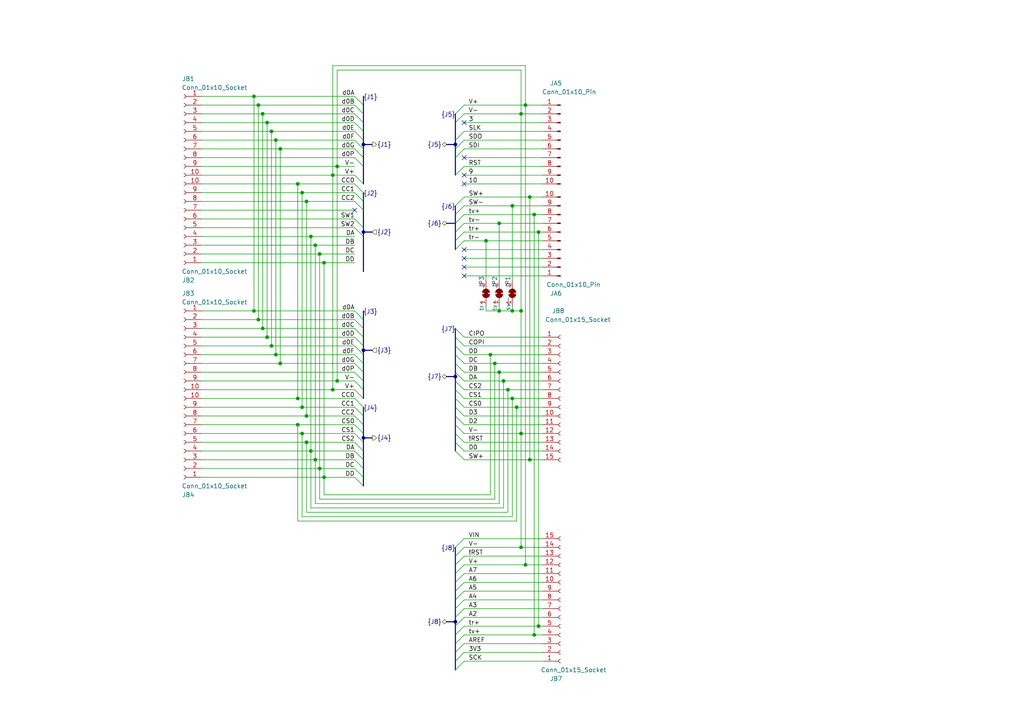
<source format=kicad_sch>
(kicad_sch (version 20230121) (generator eeschema)
  (paper "A4")
  (lib_symbols
    (symbol "Connector:Conn_01x10_Pin" (pin_names (offset 1.016) hide)
      (property "Reference" "J" (at 0 12.7 0))
      (property "Value" "Conn_01x10_Pin" (at 0 -15.24 0))
      (symbol "Conn_01x10_Pin_1_1"
        (polyline (pts (xy 1.27 -12.7) (xy 0.8636 -12.7)) (stroke (width 0.1524)))
        (polyline (pts (xy 1.27 -10.16) (xy 0.8636 -10.16)) (stroke (width 0.1524)))
        (polyline (pts (xy 1.27 -7.62) (xy 0.8636 -7.62)) (stroke (width 0.1524)))
        (polyline (pts (xy 1.27 -5.08) (xy 0.8636 -5.08)) (stroke (width 0.1524)))
        (polyline (pts (xy 1.27 -2.54) (xy 0.8636 -2.54)) (stroke (width 0.1524)))
        (polyline (pts (xy 1.27 0) (xy 0.8636 0)) (stroke (width 0.1524)))
        (polyline (pts (xy 1.27 2.54) (xy 0.8636 2.54)) (stroke (width 0.1524)))
        (polyline (pts (xy 1.27 5.08) (xy 0.8636 5.08)) (stroke (width 0.1524)))
        (polyline (pts (xy 1.27 7.62) (xy 0.8636 7.62)) (stroke (width 0.1524)))
        (polyline (pts (xy 1.27 10.16) (xy 0.8636 10.16)) (stroke (width 0.1524)))
        (rectangle (start 0.8636 -12.573) (end 0 -12.827) (stroke (width 0.1524)) (fill (type outline)))
        (rectangle (start 0.8636 -10.033) (end 0 -10.287) (stroke (width 0.1524)) (fill (type outline)))
        (rectangle (start 0.8636 -7.493) (end 0 -7.747) (stroke (width 0.1524)) (fill (type outline)))
        (rectangle (start 0.8636 -4.953) (end 0 -5.207) (stroke (width 0.1524)) (fill (type outline)))
        (rectangle (start 0.8636 -2.413) (end 0 -2.667) (stroke (width 0.1524)) (fill (type outline)))
        (rectangle (start 0.8636 0.127) (end 0 -0.127) (stroke (width 0.1524)) (fill (type outline)))
        (rectangle (start 0.8636 2.667) (end 0 2.413) (stroke (width 0.1524)) (fill (type outline)))
        (rectangle (start 0.8636 5.207) (end 0 4.953) (stroke (width 0.1524)) (fill (type outline)))
        (rectangle (start 0.8636 7.747) (end 0 7.493) (stroke (width 0.1524)) (fill (type outline)))
        (rectangle (start 0.8636 10.287) (end 0 10.033) (stroke (width 0.1524)) (fill (type outline)))
        (pin passive line (at 5.08 10.16 180) (length 3.81) (name "Pin_1") (number "1"))
        (pin passive line (at 5.08 -12.7 180) (length 3.81) (name "Pin_10") (number "10"))
        (pin passive line (at 5.08 7.62 180) (length 3.81) (name "Pin_2") (number "2"))
        (pin passive line (at 5.08 5.08 180) (length 3.81) (name "Pin_3") (number "3"))
        (pin passive line (at 5.08 2.54 180) (length 3.81) (name "Pin_4") (number "4"))
        (pin passive line (at 5.08 0 180) (length 3.81) (name "Pin_5") (number "5"))
        (pin passive line (at 5.08 -2.54 180) (length 3.81) (name "Pin_6") (number "6"))
        (pin passive line (at 5.08 -5.08 180) (length 3.81) (name "Pin_7") (number "7"))
        (pin passive line (at 5.08 -7.62 180) (length 3.81) (name "Pin_8") (number "8"))
        (pin passive line (at 5.08 -10.16 180) (length 3.81) (name "Pin_9") (number "9"))
      )
    )
    (symbol "Connector:Conn_01x10_Socket" (pin_names (offset 1.016) hide)
      (property "Reference" "J" (at 0 12.7 0))
      (property "Value" "Conn_01x10_Socket" (at 0 -15.24 0))
      (symbol "Conn_01x10_Socket_1_1"
        (arc (start 0 -12.192) (mid -0.5058 -12.7) (end 0 -13.208) (stroke (width 0.1524)))
        (arc (start 0 -9.652) (mid -0.5058 -10.16) (end 0 -10.668) (stroke (width 0.1524)))
        (arc (start 0 -7.112) (mid -0.5058 -7.62) (end 0 -8.128) (stroke (width 0.1524)))
        (arc (start 0 -4.572) (mid -0.5058 -5.08) (end 0 -5.588) (stroke (width 0.1524)))
        (arc (start 0 -2.032) (mid -0.5058 -2.54) (end 0 -3.048) (stroke (width 0.1524)))
        (polyline (pts (xy -1.27 -12.7) (xy -0.508 -12.7)) (stroke (width 0.1524)))
        (polyline (pts (xy -1.27 -10.16) (xy -0.508 -10.16)) (stroke (width 0.1524)))
        (polyline (pts (xy -1.27 -7.62) (xy -0.508 -7.62)) (stroke (width 0.1524)))
        (polyline (pts (xy -1.27 -5.08) (xy -0.508 -5.08)) (stroke (width 0.1524)))
        (polyline (pts (xy -1.27 -2.54) (xy -0.508 -2.54)) (stroke (width 0.1524)))
        (polyline (pts (xy -1.27 0) (xy -0.508 0)) (stroke (width 0.1524)))
        (polyline (pts (xy -1.27 2.54) (xy -0.508 2.54)) (stroke (width 0.1524)))
        (polyline (pts (xy -1.27 5.08) (xy -0.508 5.08)) (stroke (width 0.1524)))
        (polyline (pts (xy -1.27 7.62) (xy -0.508 7.62)) (stroke (width 0.1524)))
        (polyline (pts (xy -1.27 10.16) (xy -0.508 10.16)) (stroke (width 0.1524)))
        (arc (start 0 0.508) (mid -0.5058 0) (end 0 -0.508) (stroke (width 0.1524)))
        (arc (start 0 3.048) (mid -0.5058 2.54) (end 0 2.032) (stroke (width 0.1524)))
        (arc (start 0 5.588) (mid -0.5058 5.08) (end 0 4.572) (stroke (width 0.1524)))
        (arc (start 0 8.128) (mid -0.5058 7.62) (end 0 7.112) (stroke (width 0.1524)))
        (arc (start 0 10.668) (mid -0.5058 10.16) (end 0 9.652) (stroke (width 0.1524)))
        (pin passive line (at -5.08 10.16 0) (length 3.81) (name "Pin_1") (number "1"))
        (pin passive line (at -5.08 -12.7 0) (length 3.81) (name "Pin_10") (number "10"))
        (pin passive line (at -5.08 7.62 0) (length 3.81) (name "Pin_2") (number "2"))
        (pin passive line (at -5.08 5.08 0) (length 3.81) (name "Pin_3") (number "3"))
        (pin passive line (at -5.08 2.54 0) (length 3.81) (name "Pin_4") (number "4"))
        (pin passive line (at -5.08 0 0) (length 3.81) (name "Pin_5") (number "5"))
        (pin passive line (at -5.08 -2.54 0) (length 3.81) (name "Pin_6") (number "6"))
        (pin passive line (at -5.08 -5.08 0) (length 3.81) (name "Pin_7") (number "7"))
        (pin passive line (at -5.08 -7.62 0) (length 3.81) (name "Pin_8") (number "8"))
        (pin passive line (at -5.08 -10.16 0) (length 3.81) (name "Pin_9") (number "9"))
      )
    )
    (symbol "Connector:Conn_01x15_Socket" (pin_names (offset 1.016) hide)
      (property "Reference" "J" (at 0 20.32 0))
      (property "Value" "Conn_01x15_Socket" (at 0 -20.32 0))
      (symbol "Conn_01x15_Socket_1_1"
        (arc (start 0 -17.272) (mid -0.5058 -17.78) (end 0 -18.288) (stroke (width 0.1524)))
        (arc (start 0 -14.732) (mid -0.5058 -15.24) (end 0 -15.748) (stroke (width 0.1524)))
        (arc (start 0 -12.192) (mid -0.5058 -12.7) (end 0 -13.208) (stroke (width 0.1524)))
        (arc (start 0 -9.652) (mid -0.5058 -10.16) (end 0 -10.668) (stroke (width 0.1524)))
        (arc (start 0 -7.112) (mid -0.5058 -7.62) (end 0 -8.128) (stroke (width 0.1524)))
        (arc (start 0 -4.572) (mid -0.5058 -5.08) (end 0 -5.588) (stroke (width 0.1524)))
        (arc (start 0 -2.032) (mid -0.5058 -2.54) (end 0 -3.048) (stroke (width 0.1524)))
        (polyline (pts (xy -1.27 -17.78) (xy -0.508 -17.78)) (stroke (width 0.1524)))
        (polyline (pts (xy -1.27 -15.24) (xy -0.508 -15.24)) (stroke (width 0.1524)))
        (polyline (pts (xy -1.27 -12.7) (xy -0.508 -12.7)) (stroke (width 0.1524)))
        (polyline (pts (xy -1.27 -10.16) (xy -0.508 -10.16)) (stroke (width 0.1524)))
        (polyline (pts (xy -1.27 -7.62) (xy -0.508 -7.62)) (stroke (width 0.1524)))
        (polyline (pts (xy -1.27 -5.08) (xy -0.508 -5.08)) (stroke (width 0.1524)))
        (polyline (pts (xy -1.27 -2.54) (xy -0.508 -2.54)) (stroke (width 0.1524)))
        (polyline (pts (xy -1.27 0) (xy -0.508 0)) (stroke (width 0.1524)))
        (polyline (pts (xy -1.27 2.54) (xy -0.508 2.54)) (stroke (width 0.1524)))
        (polyline (pts (xy -1.27 5.08) (xy -0.508 5.08)) (stroke (width 0.1524)))
        (polyline (pts (xy -1.27 7.62) (xy -0.508 7.62)) (stroke (width 0.1524)))
        (polyline (pts (xy -1.27 10.16) (xy -0.508 10.16)) (stroke (width 0.1524)))
        (polyline (pts (xy -1.27 12.7) (xy -0.508 12.7)) (stroke (width 0.1524)))
        (polyline (pts (xy -1.27 15.24) (xy -0.508 15.24)) (stroke (width 0.1524)))
        (polyline (pts (xy -1.27 17.78) (xy -0.508 17.78)) (stroke (width 0.1524)))
        (arc (start 0 0.508) (mid -0.5058 0) (end 0 -0.508) (stroke (width 0.1524)))
        (arc (start 0 3.048) (mid -0.5058 2.54) (end 0 2.032) (stroke (width 0.1524)))
        (arc (start 0 5.588) (mid -0.5058 5.08) (end 0 4.572) (stroke (width 0.1524)))
        (arc (start 0 8.128) (mid -0.5058 7.62) (end 0 7.112) (stroke (width 0.1524)))
        (arc (start 0 10.668) (mid -0.5058 10.16) (end 0 9.652) (stroke (width 0.1524)))
        (arc (start 0 13.208) (mid -0.5058 12.7) (end 0 12.192) (stroke (width 0.1524)))
        (arc (start 0 15.748) (mid -0.5058 15.24) (end 0 14.732) (stroke (width 0.1524)))
        (arc (start 0 18.288) (mid -0.5058 17.78) (end 0 17.272) (stroke (width 0.1524)))
        (pin passive line (at -5.08 17.78 0) (length 3.81) (name "Pin_1") (number "1"))
        (pin passive line (at -5.08 -5.08 0) (length 3.81) (name "Pin_10") (number "10"))
        (pin passive line (at -5.08 -7.62 0) (length 3.81) (name "Pin_11") (number "11"))
        (pin passive line (at -5.08 -10.16 0) (length 3.81) (name "Pin_12") (number "12"))
        (pin passive line (at -5.08 -12.7 0) (length 3.81) (name "Pin_13") (number "13"))
        (pin passive line (at -5.08 -15.24 0) (length 3.81) (name "Pin_14") (number "14"))
        (pin passive line (at -5.08 -17.78 0) (length 3.81) (name "Pin_15") (number "15"))
        (pin passive line (at -5.08 15.24 0) (length 3.81) (name "Pin_2") (number "2"))
        (pin passive line (at -5.08 12.7 0) (length 3.81) (name "Pin_3") (number "3"))
        (pin passive line (at -5.08 10.16 0) (length 3.81) (name "Pin_4") (number "4"))
        (pin passive line (at -5.08 7.62 0) (length 3.81) (name "Pin_5") (number "5"))
        (pin passive line (at -5.08 5.08 0) (length 3.81) (name "Pin_6") (number "6"))
        (pin passive line (at -5.08 2.54 0) (length 3.81) (name "Pin_7") (number "7"))
        (pin passive line (at -5.08 0 0) (length 3.81) (name "Pin_8") (number "8"))
        (pin passive line (at -5.08 -2.54 0) (length 3.81) (name "Pin_9") (number "9"))
      )
    )
    (symbol "Jumper:SolderJumper_2_Bridged" (pin_names (offset 0) hide)
      (property "Reference" "JP" (at 0 2.032 0))
      (property "Value" "SolderJumper_2_Bridged" (at 0 -2.54 0))
      (symbol "SolderJumper_2_Bridged_0_1"
        (rectangle (start -0.508 0.508) (end 0.508 -0.508) (fill (type outline)))
        (arc (start -0.254 1.016) (mid -1.2656 0) (end -0.254 -1.016))
        (arc (start -0.254 1.016) (mid -1.2656 0) (end -0.254 -1.016) (fill (type outline)))
        (polyline (pts (xy -0.254 1.016) (xy -0.254 -1.016)))
        (polyline (pts (xy 0.254 1.016) (xy 0.254 -1.016)))
        (arc (start 0.254 -1.016) (mid 1.2656 0) (end 0.254 1.016))
        (arc (start 0.254 -1.016) (mid 1.2656 0) (end 0.254 1.016) (fill (type outline)))
      )
      (symbol "SolderJumper_2_Bridged_1_1"
        (pin passive line (at -3.81 0 0) (length 2.54) (name "A") (number "1"))
        (pin passive line (at 3.81 0 180) (length 2.54) (name "B") (number "2"))
      )
    )
  )
  (junction (at 76.2 95.25))
  (junction (at 78.74 100.33))
  (junction (at 152.4 30.48))
  (junction (at 140.97 69.85))
  (junction (at 76.2 33.02))
  (junction (at 80.01 40.64))
  (junction (at 91.44 71.12))
  (junction (at 105.41 101.6))
  (junction (at 88.9 128.27))
  (junction (at 88.9 120.65))
  (junction (at 154.94 184.15))
  (junction (at 87.63 125.73))
  (junction (at 144.78 64.77))
  (junction (at 86.36 123.19))
  (junction (at 97.79 110.49))
  (junction (at 132.08 180.34))
  (junction (at 132.08 41.91))
  (junction (at 81.28 43.18))
  (junction (at 92.71 73.66))
  (junction (at 91.44 133.35))
  (junction (at 151.13 90.17))
  (junction (at 142.24 102.87))
  (junction (at 148.59 115.57))
  (junction (at 152.4 163.83))
  (junction (at 77.47 97.79))
  (junction (at 93.98 76.2))
  (junction (at 74.93 92.71))
  (junction (at 132.08 109.22))
  (junction (at 146.05 110.49))
  (junction (at 105.41 41.91))
  (junction (at 87.63 55.88))
  (junction (at 86.36 53.34))
  (junction (at 149.86 118.11))
  (junction (at 87.63 118.11))
  (junction (at 151.13 158.75))
  (junction (at 97.79 48.26))
  (junction (at 92.71 135.89))
  (junction (at 86.36 115.57))
  (junction (at 88.9 58.42))
  (junction (at 105.41 67.31))
  (junction (at 153.67 133.35))
  (junction (at 105.41 127))
  (junction (at 148.59 59.69))
  (junction (at 148.59 90.17))
  (junction (at 90.17 130.81))
  (junction (at 80.01 102.87))
  (junction (at 73.66 90.17))
  (junction (at 144.78 107.95))
  (junction (at 156.21 181.61))
  (junction (at 93.98 138.43))
  (junction (at 77.47 35.56))
  (junction (at 96.52 113.03))
  (junction (at 96.52 50.8))
  (junction (at 156.21 67.31))
  (junction (at 74.93 30.48))
  (junction (at 90.17 68.58))
  (junction (at 143.51 105.41))
  (junction (at 151.13 125.73))
  (junction (at 153.67 57.15))
  (junction (at 144.78 90.17))
  (junction (at 78.74 38.1))
  (junction (at 154.94 62.23))
  (junction (at 73.66 27.94))
  (junction (at 147.32 113.03))
  (junction (at 151.13 33.02))
  (junction (at 81.28 105.41))
  (no_connect (at 134.62 50.8))
  (no_connect (at 134.62 77.47))
  (no_connect (at 134.62 35.56))
  (no_connect (at 134.62 45.72))
  (no_connect (at 134.62 80.01))
  (no_connect (at 134.62 72.39))
  (no_connect (at 134.62 74.93))
  (no_connect (at 102.87 60.96))
  (no_connect (at 134.62 53.34))
  (bus_entry (at 132.08 69.85) (size 2.54 -2.54))
  (bus_entry (at 132.08 59.69) (size 2.54 -2.54))
  (bus_entry (at 134.62 179.07) (size -2.54 2.54))
  (bus_entry (at 134.62 110.49) (size -2.54 -2.54))
  (bus_entry (at 102.87 118.11) (size 2.54 2.54))
  (bus_entry (at 134.62 43.18) (size -2.54 2.54))
  (bus_entry (at 134.62 181.61) (size -2.54 2.54))
  (bus_entry (at 102.87 33.02) (size 2.54 2.54))
  (bus_entry (at 134.62 184.15) (size -2.54 2.54))
  (bus_entry (at 102.87 110.49) (size 2.54 2.54))
  (bus_entry (at 134.62 107.95) (size -2.54 -2.54))
  (bus_entry (at 134.62 171.45) (size -2.54 2.54))
  (bus_entry (at 102.87 90.17) (size 2.54 2.54))
  (bus_entry (at 134.62 189.23) (size -2.54 2.54))
  (bus_entry (at 102.87 128.27) (size 2.54 2.54))
  (bus_entry (at 134.62 100.33) (size -2.54 -2.54))
  (bus_entry (at 102.87 138.43) (size 2.54 2.54))
  (bus_entry (at 102.87 97.79) (size 2.54 2.54))
  (bus_entry (at 134.62 163.83) (size -2.54 2.54))
  (bus_entry (at 134.62 191.77) (size -2.54 2.54))
  (bus_entry (at 102.87 66.04) (size 2.54 2.54))
  (bus_entry (at 134.62 176.53) (size -2.54 2.54))
  (bus_entry (at 134.62 30.48) (size -2.54 2.54))
  (bus_entry (at 134.62 186.69) (size -2.54 2.54))
  (bus_entry (at 134.62 115.57) (size -2.54 -2.54))
  (bus_entry (at 134.62 48.26) (size -2.54 2.54))
  (bus_entry (at 102.87 113.03) (size 2.54 2.54))
  (bus_entry (at 134.62 40.64) (size -2.54 2.54))
  (bus_entry (at 134.62 125.73) (size -2.54 -2.54))
  (bus_entry (at 102.87 120.65) (size 2.54 2.54))
  (bus_entry (at 102.87 45.72) (size 2.54 2.54))
  (bus_entry (at 132.08 72.39) (size 2.54 -2.54))
  (bus_entry (at 102.87 125.73) (size 2.54 2.54))
  (bus_entry (at 102.87 63.5) (size 2.54 2.54))
  (bus_entry (at 102.87 107.95) (size 2.54 2.54))
  (bus_entry (at 134.62 130.81) (size -2.54 -2.54))
  (bus_entry (at 102.87 38.1) (size 2.54 2.54))
  (bus_entry (at 132.08 67.31) (size 2.54 -2.54))
  (bus_entry (at 102.87 95.25) (size 2.54 2.54))
  (bus_entry (at 134.62 168.91) (size -2.54 2.54))
  (bus_entry (at 102.87 35.56) (size 2.54 2.54))
  (bus_entry (at 134.62 113.03) (size -2.54 -2.54))
  (bus_entry (at 134.62 128.27) (size -2.54 -2.54))
  (bus_entry (at 134.62 97.79) (size -2.54 -2.54))
  (bus_entry (at 102.87 43.18) (size 2.54 2.54))
  (bus_entry (at 102.87 100.33) (size 2.54 2.54))
  (bus_entry (at 102.87 102.87) (size 2.54 2.54))
  (bus_entry (at 134.62 158.75) (size -2.54 2.54))
  (bus_entry (at 132.08 62.23) (size 2.54 -2.54))
  (bus_entry (at 102.87 30.48) (size 2.54 2.54))
  (bus_entry (at 134.62 120.65) (size -2.54 -2.54))
  (bus_entry (at 102.87 40.64) (size 2.54 2.54))
  (bus_entry (at 102.87 50.8) (size 2.54 2.54))
  (bus_entry (at 134.62 38.1) (size -2.54 2.54))
  (bus_entry (at 134.62 123.19) (size -2.54 -2.54))
  (bus_entry (at 134.62 102.87) (size -2.54 -2.54))
  (bus_entry (at 134.62 161.29) (size -2.54 2.54))
  (bus_entry (at 102.87 55.88) (size 2.54 2.54))
  (bus_entry (at 102.87 123.19) (size 2.54 2.54))
  (bus_entry (at 102.87 135.89) (size 2.54 2.54))
  (bus_entry (at 102.87 130.81) (size 2.54 2.54))
  (bus_entry (at 134.62 33.02) (size -2.54 2.54))
  (bus_entry (at 102.87 58.42) (size 2.54 2.54))
  (bus_entry (at 102.87 105.41) (size 2.54 2.54))
  (bus_entry (at 132.08 64.77) (size 2.54 -2.54))
  (bus_entry (at 134.62 156.21) (size -2.54 2.54))
  (bus_entry (at 102.87 53.34) (size 2.54 2.54))
  (bus_entry (at 134.62 105.41) (size -2.54 -2.54))
  (bus_entry (at 134.62 133.35) (size -2.54 -2.54))
  (bus_entry (at 102.87 133.35) (size 2.54 2.54))
  (bus_entry (at 102.87 92.71) (size 2.54 2.54))
  (bus_entry (at 134.62 173.99) (size -2.54 2.54))
  (bus_entry (at 102.87 115.57) (size 2.54 2.54))
  (bus_entry (at 102.87 27.94) (size 2.54 2.54))
  (bus_entry (at 134.62 118.11) (size -2.54 -2.54))
  (bus_entry (at 134.62 166.37) (size -2.54 2.54))
  (bus (pts (xy 129.54 180.34) (xy 132.08 180.34)))
  (wire (pts (xy 154.94 62.23) (xy 157.48 62.23)))
  (wire (pts (xy 153.67 133.35) (xy 157.48 133.35)))
  (wire (pts (xy 87.63 55.88) (xy 87.63 118.11)))
  (wire (pts (xy 134.62 191.77) (xy 157.48 191.77)))
  (wire (pts (xy 93.98 138.43) (xy 93.98 143.51)))
  (wire (pts (xy 58.42 53.34) (xy 86.36 53.34)))
  (wire (pts (xy 151.13 33.02) (xy 151.13 90.17)))
  (bus (pts (xy 105.41 138.43) (xy 105.41 140.97)))
  (wire (pts (xy 90.17 147.32) (xy 90.17 130.81)))
  (wire (pts (xy 134.62 189.23) (xy 157.48 189.23)))
  (bus (pts (xy 105.41 60.96) (xy 105.41 66.04)))
  (wire (pts (xy 58.42 43.18) (xy 81.28 43.18)))
  (wire (pts (xy 148.59 90.17) (xy 151.13 90.17)))
  (bus (pts (xy 105.41 55.88) (xy 105.41 58.42)))
  (wire (pts (xy 134.62 97.79) (xy 157.48 97.79)))
  (wire (pts (xy 58.42 118.11) (xy 87.63 118.11)))
  (bus (pts (xy 105.41 127) (xy 105.41 128.27)))
  (wire (pts (xy 153.67 57.15) (xy 153.67 133.35)))
  (bus (pts (xy 132.08 62.23) (xy 132.08 64.77)))
  (wire (pts (xy 143.51 105.41) (xy 143.51 144.78)))
  (wire (pts (xy 144.78 88.9) (xy 144.78 90.17)))
  (wire (pts (xy 97.79 48.26) (xy 97.79 20.32)))
  (wire (pts (xy 97.79 48.26) (xy 102.87 48.26)))
  (wire (pts (xy 134.62 163.83) (xy 152.4 163.83)))
  (wire (pts (xy 152.4 19.05) (xy 152.4 30.48)))
  (wire (pts (xy 134.62 35.56) (xy 157.48 35.56)))
  (wire (pts (xy 134.62 102.87) (xy 142.24 102.87)))
  (wire (pts (xy 93.98 143.51) (xy 142.24 143.51)))
  (bus (pts (xy 105.41 33.02) (xy 105.41 35.56)))
  (wire (pts (xy 58.42 90.17) (xy 73.66 90.17)))
  (wire (pts (xy 58.42 92.71) (xy 74.93 92.71)))
  (wire (pts (xy 144.78 107.95) (xy 144.78 146.05)))
  (wire (pts (xy 80.01 40.64) (xy 80.01 102.87)))
  (bus (pts (xy 132.08 102.87) (xy 132.08 100.33)))
  (wire (pts (xy 152.4 30.48) (xy 152.4 163.83)))
  (bus (pts (xy 132.08 118.11) (xy 132.08 115.57)))
  (wire (pts (xy 86.36 53.34) (xy 86.36 115.57)))
  (wire (pts (xy 58.42 55.88) (xy 87.63 55.88)))
  (wire (pts (xy 134.62 50.8) (xy 157.48 50.8)))
  (wire (pts (xy 86.36 53.34) (xy 102.87 53.34)))
  (wire (pts (xy 142.24 102.87) (xy 142.24 143.51)))
  (wire (pts (xy 92.71 73.66) (xy 92.71 135.89)))
  (wire (pts (xy 151.13 33.02) (xy 157.48 33.02)))
  (wire (pts (xy 147.32 113.03) (xy 147.32 148.59)))
  (bus (pts (xy 132.08 100.33) (xy 132.08 97.79)))
  (wire (pts (xy 74.93 92.71) (xy 102.87 92.71)))
  (wire (pts (xy 148.59 115.57) (xy 148.59 149.86)))
  (wire (pts (xy 97.79 48.26) (xy 97.79 110.49)))
  (wire (pts (xy 78.74 100.33) (xy 102.87 100.33)))
  (bus (pts (xy 132.08 105.41) (xy 132.08 102.87)))
  (wire (pts (xy 134.62 113.03) (xy 147.32 113.03)))
  (wire (pts (xy 58.42 38.1) (xy 78.74 38.1)))
  (bus (pts (xy 105.41 107.95) (xy 105.41 110.49)))
  (wire (pts (xy 134.62 30.48) (xy 152.4 30.48)))
  (wire (pts (xy 146.05 110.49) (xy 157.48 110.49)))
  (bus (pts (xy 132.08 64.77) (xy 132.08 67.31)))
  (wire (pts (xy 134.62 181.61) (xy 156.21 181.61)))
  (bus (pts (xy 132.08 33.02) (xy 132.08 35.56)))
  (wire (pts (xy 91.44 71.12) (xy 91.44 133.35)))
  (wire (pts (xy 134.62 161.29) (xy 157.48 161.29)))
  (wire (pts (xy 58.42 102.87) (xy 80.01 102.87)))
  (wire (pts (xy 134.62 59.69) (xy 148.59 59.69)))
  (wire (pts (xy 134.62 69.85) (xy 140.97 69.85)))
  (bus (pts (xy 105.41 66.04) (xy 105.41 67.31)))
  (bus (pts (xy 105.41 41.91) (xy 105.41 43.18)))
  (wire (pts (xy 58.42 125.73) (xy 87.63 125.73)))
  (bus (pts (xy 132.08 184.15) (xy 132.08 186.69)))
  (wire (pts (xy 90.17 130.81) (xy 102.87 130.81)))
  (wire (pts (xy 58.42 71.12) (xy 91.44 71.12)))
  (wire (pts (xy 91.44 146.05) (xy 144.78 146.05)))
  (bus (pts (xy 105.41 67.31) (xy 105.41 68.58)))
  (wire (pts (xy 58.42 123.19) (xy 86.36 123.19)))
  (wire (pts (xy 151.13 125.73) (xy 151.13 158.75)))
  (bus (pts (xy 105.41 35.56) (xy 105.41 38.1)))
  (wire (pts (xy 134.62 171.45) (xy 157.48 171.45)))
  (bus (pts (xy 105.41 101.6) (xy 107.95 101.6)))
  (bus (pts (xy 105.41 120.65) (xy 105.41 123.19)))
  (bus (pts (xy 132.08 40.64) (xy 132.08 41.91)))
  (wire (pts (xy 96.52 19.05) (xy 152.4 19.05)))
  (wire (pts (xy 134.62 173.99) (xy 157.48 173.99)))
  (wire (pts (xy 134.62 74.93) (xy 157.48 74.93)))
  (bus (pts (xy 105.41 41.91) (xy 107.95 41.91)))
  (bus (pts (xy 132.08 171.45) (xy 132.08 173.99)))
  (bus (pts (xy 132.08 67.31) (xy 132.08 69.85)))
  (wire (pts (xy 78.74 38.1) (xy 102.87 38.1)))
  (bus (pts (xy 132.08 123.19) (xy 132.08 120.65)))
  (wire (pts (xy 151.13 90.17) (xy 151.13 125.73)))
  (bus (pts (xy 132.08 59.69) (xy 132.08 62.23)))
  (bus (pts (xy 132.08 45.72) (xy 132.08 50.8)))
  (wire (pts (xy 91.44 71.12) (xy 102.87 71.12)))
  (wire (pts (xy 151.13 125.73) (xy 157.48 125.73)))
  (wire (pts (xy 76.2 33.02) (xy 76.2 95.25)))
  (wire (pts (xy 77.47 35.56) (xy 77.47 97.79)))
  (bus (pts (xy 132.08 158.75) (xy 132.08 161.29)))
  (wire (pts (xy 148.59 59.69) (xy 157.48 59.69)))
  (wire (pts (xy 96.52 50.8) (xy 96.52 19.05)))
  (wire (pts (xy 134.62 128.27) (xy 157.48 128.27)))
  (wire (pts (xy 148.59 115.57) (xy 157.48 115.57)))
  (wire (pts (xy 144.78 64.77) (xy 157.48 64.77)))
  (wire (pts (xy 144.78 90.17) (xy 148.59 90.17)))
  (wire (pts (xy 143.51 105.41) (xy 157.48 105.41)))
  (wire (pts (xy 151.13 20.32) (xy 151.13 33.02)))
  (bus (pts (xy 132.08 191.77) (xy 132.08 194.31)))
  (wire (pts (xy 134.62 48.26) (xy 157.48 48.26)))
  (bus (pts (xy 105.41 110.49) (xy 105.41 113.03)))
  (bus (pts (xy 105.41 101.6) (xy 105.41 102.87)))
  (wire (pts (xy 58.42 138.43) (xy 93.98 138.43)))
  (wire (pts (xy 76.2 95.25) (xy 102.87 95.25)))
  (wire (pts (xy 58.42 128.27) (xy 88.9 128.27)))
  (bus (pts (xy 105.41 102.87) (xy 105.41 105.41)))
  (wire (pts (xy 134.62 38.1) (xy 157.48 38.1)))
  (bus (pts (xy 132.08 173.99) (xy 132.08 176.53)))
  (wire (pts (xy 81.28 105.41) (xy 102.87 105.41)))
  (bus (pts (xy 105.41 30.48) (xy 105.41 33.02)))
  (wire (pts (xy 152.4 163.83) (xy 157.48 163.83)))
  (wire (pts (xy 80.01 40.64) (xy 102.87 40.64)))
  (bus (pts (xy 105.41 43.18) (xy 105.41 45.72)))
  (wire (pts (xy 58.42 110.49) (xy 97.79 110.49)))
  (wire (pts (xy 58.42 100.33) (xy 78.74 100.33)))
  (bus (pts (xy 105.41 125.73) (xy 105.41 127)))
  (wire (pts (xy 73.66 27.94) (xy 73.66 90.17)))
  (bus (pts (xy 105.41 105.41) (xy 105.41 107.95)))
  (wire (pts (xy 91.44 133.35) (xy 91.44 146.05)))
  (wire (pts (xy 92.71 144.78) (xy 92.71 135.89)))
  (wire (pts (xy 58.42 50.8) (xy 96.52 50.8)))
  (bus (pts (xy 132.08 180.34) (xy 132.08 181.61)))
  (wire (pts (xy 81.28 43.18) (xy 81.28 105.41)))
  (bus (pts (xy 132.08 166.37) (xy 132.08 168.91)))
  (bus (pts (xy 105.41 27.94) (xy 105.41 30.48)))
  (bus (pts (xy 105.41 123.19) (xy 105.41 125.73)))
  (wire (pts (xy 93.98 76.2) (xy 102.87 76.2)))
  (wire (pts (xy 88.9 148.59) (xy 147.32 148.59)))
  (wire (pts (xy 134.62 33.02) (xy 151.13 33.02)))
  (wire (pts (xy 134.62 166.37) (xy 157.48 166.37)))
  (bus (pts (xy 105.41 58.42) (xy 105.41 60.96)))
  (wire (pts (xy 58.42 76.2) (xy 93.98 76.2)))
  (wire (pts (xy 134.62 45.72) (xy 157.48 45.72)))
  (wire (pts (xy 78.74 38.1) (xy 78.74 100.33)))
  (bus (pts (xy 132.08 128.27) (xy 132.08 125.73)))
  (bus (pts (xy 132.08 107.95) (xy 132.08 105.41)))
  (wire (pts (xy 96.52 50.8) (xy 102.87 50.8)))
  (bus (pts (xy 132.08 109.22) (xy 132.08 107.95)))
  (bus (pts (xy 105.41 68.58) (xy 105.41 78.74)))
  (wire (pts (xy 134.62 107.95) (xy 144.78 107.95)))
  (bus (pts (xy 132.08 125.73) (xy 132.08 123.19)))
  (wire (pts (xy 58.42 60.96) (xy 102.87 60.96)))
  (wire (pts (xy 134.62 40.64) (xy 157.48 40.64)))
  (wire (pts (xy 134.62 186.69) (xy 157.48 186.69)))
  (wire (pts (xy 134.62 100.33) (xy 157.48 100.33)))
  (wire (pts (xy 140.97 69.85) (xy 140.97 81.28)))
  (bus (pts (xy 105.41 45.72) (xy 105.41 48.26)))
  (wire (pts (xy 88.9 58.42) (xy 88.9 120.65)))
  (wire (pts (xy 156.21 67.31) (xy 157.48 67.31)))
  (bus (pts (xy 132.08 43.18) (xy 132.08 45.72)))
  (wire (pts (xy 86.36 115.57) (xy 102.87 115.57)))
  (bus (pts (xy 132.08 189.23) (xy 132.08 191.77)))
  (bus (pts (xy 105.41 95.25) (xy 105.41 97.79)))
  (bus (pts (xy 105.41 133.35) (xy 105.41 135.89)))
  (wire (pts (xy 87.63 118.11) (xy 102.87 118.11)))
  (wire (pts (xy 134.62 105.41) (xy 143.51 105.41)))
  (wire (pts (xy 134.62 64.77) (xy 144.78 64.77)))
  (wire (pts (xy 87.63 125.73) (xy 102.87 125.73)))
  (wire (pts (xy 134.62 130.81) (xy 157.48 130.81)))
  (wire (pts (xy 92.71 73.66) (xy 102.87 73.66)))
  (wire (pts (xy 92.71 135.89) (xy 102.87 135.89)))
  (wire (pts (xy 58.42 105.41) (xy 81.28 105.41)))
  (bus (pts (xy 132.08 69.85) (xy 132.08 72.39)))
  (wire (pts (xy 88.9 128.27) (xy 102.87 128.27)))
  (wire (pts (xy 86.36 123.19) (xy 102.87 123.19)))
  (wire (pts (xy 86.36 151.13) (xy 149.86 151.13)))
  (bus (pts (xy 132.08 120.65) (xy 132.08 118.11)))
  (wire (pts (xy 58.42 35.56) (xy 77.47 35.56)))
  (wire (pts (xy 156.21 181.61) (xy 157.48 181.61)))
  (wire (pts (xy 134.62 176.53) (xy 157.48 176.53)))
  (wire (pts (xy 97.79 20.32) (xy 151.13 20.32)))
  (bus (pts (xy 132.08 115.57) (xy 132.08 113.03)))
  (wire (pts (xy 140.97 90.17) (xy 144.78 90.17)))
  (wire (pts (xy 134.62 77.47) (xy 157.48 77.47)))
  (wire (pts (xy 149.86 118.11) (xy 157.48 118.11)))
  (bus (pts (xy 132.08 35.56) (xy 132.08 40.64)))
  (wire (pts (xy 134.62 184.15) (xy 154.94 184.15)))
  (wire (pts (xy 151.13 158.75) (xy 157.48 158.75)))
  (bus (pts (xy 105.41 100.33) (xy 105.41 101.6)))
  (bus (pts (xy 132.08 176.53) (xy 132.08 179.07)))
  (wire (pts (xy 149.86 118.11) (xy 149.86 151.13)))
  (wire (pts (xy 58.42 48.26) (xy 97.79 48.26)))
  (wire (pts (xy 58.42 66.04) (xy 102.87 66.04)))
  (bus (pts (xy 132.08 163.83) (xy 132.08 166.37)))
  (bus (pts (xy 105.41 90.17) (xy 105.41 92.71)))
  (wire (pts (xy 58.42 73.66) (xy 92.71 73.66)))
  (bus (pts (xy 105.41 113.03) (xy 105.41 115.57)))
  (bus (pts (xy 132.08 130.81) (xy 132.08 128.27)))
  (bus (pts (xy 105.41 130.81) (xy 105.41 133.35)))
  (wire (pts (xy 134.62 115.57) (xy 148.59 115.57)))
  (wire (pts (xy 156.21 67.31) (xy 156.21 181.61)))
  (wire (pts (xy 134.62 67.31) (xy 156.21 67.31)))
  (wire (pts (xy 91.44 133.35) (xy 102.87 133.35)))
  (wire (pts (xy 73.66 27.94) (xy 102.87 27.94)))
  (wire (pts (xy 142.24 102.87) (xy 157.48 102.87)))
  (bus (pts (xy 105.41 97.79) (xy 105.41 100.33)))
  (wire (pts (xy 152.4 30.48) (xy 157.48 30.48)))
  (bus (pts (xy 132.08 64.77) (xy 129.54 64.77)))
  (bus (pts (xy 132.08 97.79) (xy 132.08 95.25)))
  (bus (pts (xy 132.08 179.07) (xy 132.08 180.34)))
  (wire (pts (xy 154.94 184.15) (xy 157.48 184.15)))
  (wire (pts (xy 154.94 62.23) (xy 154.94 184.15)))
  (wire (pts (xy 134.62 110.49) (xy 146.05 110.49)))
  (wire (pts (xy 80.01 102.87) (xy 102.87 102.87)))
  (wire (pts (xy 144.78 64.77) (xy 144.78 81.28)))
  (wire (pts (xy 58.42 58.42) (xy 88.9 58.42)))
  (wire (pts (xy 58.42 63.5) (xy 102.87 63.5)))
  (wire (pts (xy 58.42 27.94) (xy 73.66 27.94)))
  (bus (pts (xy 132.08 168.91) (xy 132.08 171.45)))
  (bus (pts (xy 132.08 41.91) (xy 129.54 41.91)))
  (wire (pts (xy 77.47 35.56) (xy 102.87 35.56)))
  (wire (pts (xy 58.42 133.35) (xy 91.44 133.35)))
  (wire (pts (xy 134.62 133.35) (xy 153.67 133.35)))
  (wire (pts (xy 134.62 158.75) (xy 151.13 158.75)))
  (bus (pts (xy 105.41 118.11) (xy 105.41 120.65)))
  (wire (pts (xy 134.62 120.65) (xy 157.48 120.65)))
  (bus (pts (xy 132.08 161.29) (xy 132.08 163.83)))
  (wire (pts (xy 58.42 113.03) (xy 96.52 113.03)))
  (wire (pts (xy 146.05 110.49) (xy 146.05 147.32)))
  (wire (pts (xy 58.42 135.89) (xy 92.71 135.89)))
  (bus (pts (xy 105.41 135.89) (xy 105.41 138.43)))
  (bus (pts (xy 105.41 38.1) (xy 105.41 40.64)))
  (wire (pts (xy 88.9 120.65) (xy 102.87 120.65)))
  (bus (pts (xy 132.08 113.03) (xy 132.08 110.49)))
  (wire (pts (xy 87.63 55.88) (xy 102.87 55.88)))
  (bus (pts (xy 105.41 40.64) (xy 105.41 41.91)))
  (wire (pts (xy 96.52 113.03) (xy 102.87 113.03)))
  (bus (pts (xy 105.41 127) (xy 107.95 127)))
  (wire (pts (xy 134.62 53.34) (xy 157.48 53.34)))
  (wire (pts (xy 87.63 149.86) (xy 148.59 149.86)))
  (wire (pts (xy 58.42 107.95) (xy 102.87 107.95)))
  (wire (pts (xy 58.42 115.57) (xy 86.36 115.57)))
  (wire (pts (xy 134.62 72.39) (xy 157.48 72.39)))
  (wire (pts (xy 148.59 88.9) (xy 148.59 90.17)))
  (wire (pts (xy 140.97 88.9) (xy 140.97 90.17)))
  (wire (pts (xy 88.9 128.27) (xy 88.9 148.59)))
  (wire (pts (xy 58.42 33.02) (xy 76.2 33.02)))
  (wire (pts (xy 58.42 40.64) (xy 80.01 40.64)))
  (wire (pts (xy 134.62 168.91) (xy 157.48 168.91)))
  (bus (pts (xy 129.54 109.22) (xy 132.08 109.22)))
  (wire (pts (xy 134.62 179.07) (xy 157.48 179.07)))
  (wire (pts (xy 93.98 76.2) (xy 93.98 138.43)))
  (wire (pts (xy 134.62 156.21) (xy 157.48 156.21)))
  (wire (pts (xy 73.66 90.17) (xy 102.87 90.17)))
  (wire (pts (xy 58.42 45.72) (xy 102.87 45.72)))
  (wire (pts (xy 92.71 144.78) (xy 143.51 144.78)))
  (wire (pts (xy 77.47 97.79) (xy 102.87 97.79)))
  (bus (pts (xy 132.08 181.61) (xy 132.08 184.15)))
  (wire (pts (xy 134.62 123.19) (xy 157.48 123.19)))
  (wire (pts (xy 134.62 62.23) (xy 154.94 62.23)))
  (wire (pts (xy 74.93 30.48) (xy 74.93 92.71)))
  (bus (pts (xy 132.08 186.69) (xy 132.08 189.23)))
  (wire (pts (xy 97.79 110.49) (xy 102.87 110.49)))
  (wire (pts (xy 58.42 68.58) (xy 90.17 68.58)))
  (wire (pts (xy 87.63 149.86) (xy 87.63 125.73)))
  (wire (pts (xy 81.28 43.18) (xy 102.87 43.18)))
  (wire (pts (xy 74.93 30.48) (xy 102.87 30.48)))
  (bus (pts (xy 132.08 110.49) (xy 132.08 109.22)))
  (wire (pts (xy 58.42 120.65) (xy 88.9 120.65)))
  (bus (pts (xy 105.41 128.27) (xy 105.41 130.81)))
  (wire (pts (xy 58.42 95.25) (xy 76.2 95.25)))
  (wire (pts (xy 144.78 107.95) (xy 157.48 107.95)))
  (bus (pts (xy 105.41 92.71) (xy 105.41 95.25)))
  (wire (pts (xy 148.59 59.69) (xy 148.59 81.28)))
  (wire (pts (xy 134.62 125.73) (xy 151.13 125.73)))
  (wire (pts (xy 58.42 30.48) (xy 74.93 30.48)))
  (wire (pts (xy 86.36 123.19) (xy 86.36 151.13)))
  (wire (pts (xy 147.32 113.03) (xy 157.48 113.03)))
  (bus (pts (xy 105.41 48.26) (xy 105.41 53.34)))
  (wire (pts (xy 96.52 50.8) (xy 96.52 113.03)))
  (wire (pts (xy 134.62 118.11) (xy 149.86 118.11)))
  (wire (pts (xy 58.42 97.79) (xy 77.47 97.79)))
  (wire (pts (xy 58.42 130.81) (xy 90.17 130.81)))
  (bus (pts (xy 105.41 67.31) (xy 107.95 67.31)))
  (wire (pts (xy 153.67 57.15) (xy 157.48 57.15)))
  (wire (pts (xy 90.17 68.58) (xy 102.87 68.58)))
  (wire (pts (xy 134.62 57.15) (xy 153.67 57.15)))
  (wire (pts (xy 134.62 80.01) (xy 157.48 80.01)))
  (wire (pts (xy 134.62 43.18) (xy 157.48 43.18)))
  (wire (pts (xy 88.9 58.42) (xy 102.87 58.42)))
  (bus (pts (xy 132.08 41.91) (xy 132.08 43.18)))
  (wire (pts (xy 76.2 33.02) (xy 102.87 33.02)))
  (wire (pts (xy 90.17 147.32) (xy 146.05 147.32)))
  (wire (pts (xy 140.97 69.85) (xy 157.48 69.85)))
  (wire (pts (xy 93.98 138.43) (xy 102.87 138.43)))
  (wire (pts (xy 90.17 68.58) (xy 90.17 130.81)))
  (label "d0E" (at 102.87 100.33 180))
  (label "CIPO" (at 135.89 97.79 0))
  (label "SW2" (at 102.87 66.04 180))
  (label "DA" (at 135.89 110.49 0))
  (label "DB" (at 102.87 133.35 180))
  (label "tr-" (at 135.89 69.85 0))
  (label "DC" (at 102.87 73.66 180))
  (label "3" (at 135.89 35.56 0))
  (label "CC1" (at 102.87 118.11 180))
  (label "d0B" (at 102.87 92.71 180))
  (label "{J7}" (at 132.08 96.52 180))
  (label "{J3}" (at 105.41 91.44 0))
  (label "DA" (at 102.87 68.58 180))
  (label "{J2}" (at 105.41 57.15 0))
  (label "V-" (at 102.87 110.49 180))
  (label "V-" (at 135.89 125.73 0))
  (label "d0G" (at 102.87 105.41 180))
  (label "d0G" (at 102.87 43.18 180))
  (label "tr+" (at 135.89 181.61 0))
  (label "D2" (at 135.89 123.19 0))
  (label "tr+" (at 135.89 67.31 0))
  (label "d0A" (at 102.87 90.17 180))
  (label "V-" (at 135.89 33.02 0))
  (label "A6" (at 135.89 168.91 0))
  (label "A4" (at 135.89 173.99 0))
  (label "SW1" (at 102.87 63.5 180))
  (label "V+" (at 102.87 113.03 180))
  (label "DD" (at 102.87 138.43 180))
  (label "DD" (at 102.87 76.2 180))
  (label "V+" (at 135.89 30.48 0))
  (label "SDI" (at 135.89 43.18 0))
  (label "AREF" (at 135.89 186.69 0))
  (label "D3" (at 135.89 120.65 0))
  (label "CS0" (at 102.87 123.19 180))
  (label "d0F" (at 102.87 102.87 180))
  (label "d0F" (at 102.87 40.64 180))
  (label "d0P" (at 102.87 45.72 180))
  (label "SW+" (at 135.89 133.35 0))
  (label "DB" (at 102.87 71.12 180))
  (label "d0B" (at 102.87 30.48 180))
  (label "RST" (at 135.89 48.26 0))
  (label "CC0" (at 102.87 115.57 180))
  (label "{J1}" (at 105.41 29.21 0))
  (label "d0D" (at 102.87 97.79 180))
  (label "DA" (at 102.87 130.81 180))
  (label "CC0" (at 102.87 53.34 180))
  (label "d0P" (at 102.87 107.95 180))
  (label "d0D" (at 102.87 35.56 180))
  (label "SW-" (at 135.89 59.69 0))
  (label "DB" (at 135.89 107.95 0))
  (label "A5" (at 135.89 171.45 0))
  (label "CS2" (at 102.87 128.27 180))
  (label "10" (at 135.89 53.34 0))
  (label "tv-" (at 135.89 64.77 0))
  (label "A7" (at 135.89 166.37 0))
  (label "V+" (at 135.89 163.83 0))
  (label "d0C" (at 102.87 95.25 180))
  (label "CS2" (at 135.89 113.03 0))
  (label "CS0" (at 135.89 118.11 0))
  (label "CS1" (at 135.89 115.57 0))
  (label "9" (at 135.89 50.8 0))
  (label "CC2" (at 102.87 120.65 180))
  (label "CS1" (at 102.87 125.73 180))
  (label "V-" (at 102.87 48.26 180))
  (label "DC" (at 102.87 135.89 180))
  (label "D0" (at 135.89 130.81 0))
  (label "CC1" (at 102.87 55.88 180))
  (label "!RST" (at 135.89 161.29 0))
  (label "SW+" (at 135.89 57.15 0))
  (label "tv+" (at 135.89 184.15 0))
  (label "tv+" (at 135.89 62.23 0))
  (label "SCK" (at 135.89 191.77 0))
  (label "A3" (at 135.89 176.53 0))
  (label "VIN" (at 135.89 156.21 0))
  (label "DD" (at 135.89 102.87 0))
  (label "d0E" (at 102.87 38.1 180))
  (label "{J4}" (at 105.41 119.38 0))
  (label "CC2" (at 102.87 58.42 180))
  (label "!RST" (at 135.89 128.27 0))
  (label "{J5}" (at 132.08 34.29 180))
  (label "d0C" (at 102.87 33.02 180))
  (label "d0A" (at 102.87 27.94 180))
  (label "{J8}" (at 132.08 160.02 180))
  (label "3V3" (at 135.89 189.23 0))
  (label "COPI" (at 135.89 100.33 0))
  (label "A2" (at 135.89 179.07 0))
  (label "{J6}" (at 132.08 60.96 180))
  (label "SLK" (at 135.89 38.1 0))
  (label "V-" (at 135.89 158.75 0))
  (label "SDO" (at 135.89 40.64 0))
  (label "V+" (at 102.87 50.8 180))
  (label "DC" (at 135.89 105.41 0))
  (hierarchical_label "{J8}" (shape bidirectional) (at 129.54 180.34 180))
  (hierarchical_label "{J3}" (shape input) (at 107.95 101.6 0))
  (hierarchical_label "{J6}" (shape bidirectional) (at 129.54 64.77 180))
  (hierarchical_label "{J1}" (shape output) (at 107.95 41.91 0))
  (hierarchical_label "{J7}" (shape bidirectional) (at 129.54 109.22 180))
  (hierarchical_label "{J2}" (shape input) (at 107.95 67.31 0))
  (hierarchical_label "{J5}" (shape bidirectional) (at 129.54 41.91 180))
  (hierarchical_label "{J4}" (shape output) (at 107.95 127 0))
  (symbol (lib_id "Connector:Conn_01x10_Socket") (at 53.34 128.27 180) (unit 1)
    (property "Reference" "JB4" (at 54.61 143.51 0))
    (property "Value" "Conn_01x10_Socket" (at 62.23 140.97 0))
    (property "Footprint" "Connector_PinSocket_2.54mm:PinSocket_1x10_P2.54mm_Vertical" (effects hide))
  )
  (symbol (lib_id "Connector:Conn_01x15_Socket") (at 162.56 115.57 0) (unit 1)
    (property "Reference" "JB8" (at 161.925 90.17 0))
    (property "Value" "Conn_01x15_Socket" (at 167.64 92.71 0))
    (property "Footprint" "Connector_PinSocket_2.54mm:PinSocket_1x15_P2.54mm_Vertical" (effects hide))
  )
  (symbol (lib_id "Connector:Conn_01x10_Pin") (at 162.56 69.85 180) (unit 1)
    (property "Reference" "JA6" (at 161.29 85.09 0))
    (property "Value" "Conn_01x10_Pin" (at 166.37 82.55 0))
    (property "Footprint" "Connector_PinHeader_2.54mm:PinHeader_1x10_P2.54mm_Vertical" (effects hide))
  )
  (symbol (lib_id "Connector:Conn_01x10_Pin") (at 162.56 40.64 0) (mirror y) (unit 1)
    (property "Reference" "JA5" (at 161.29 24.13 0))
    (property "Value" "Conn_01x10_Pin" (at 165.1 26.67 0))
    (property "Footprint" "Connector_PinHeader_2.54mm:PinHeader_1x10_P2.54mm_Vertical" (effects hide))
  )
  (symbol (lib_id "Connector:Conn_01x15_Socket") (at 162.56 173.99 0) (mirror x) (unit 1)
    (property "Reference" "JB7" (at 161.29 196.85 0))
    (property "Value" "Conn_01x15_Socket" (at 166.37 194.31 0))
    (property "Footprint" "Connector_PinSocket_2.54mm:PinSocket_1x15_P2.54mm_Vertical" (effects hide))
  )
  (symbol (lib_id "Jumper:SolderJumper_2_Bridged") (at 148.59 85.09 90) (unit 1)
    (property "Reference" "JP1" (at 147.32 80.01 0) (effects (justify right)))
    (property "Value" "sw-" (at 147.32 90.17 0) (effects (justify left)))
    (property "Footprint" "Jumper:SolderJumper-2_P1.3mm_Bridged_Pad1.0x1.5mm" (effects hide))
  )
  (symbol (lib_id "Jumper:SolderJumper_2_Bridged") (at 144.78 85.09 90) (unit 1)
    (property "Reference" "JP2" (at 143.51 80.01 0) (effects (justify right)))
    (property "Value" "tv-" (at 143.51 90.17 0) (effects (justify left)))
    (property "Footprint" "Jumper:SolderJumper-2_P1.3mm_Bridged_Pad1.0x1.5mm" (effects hide))
  )
  (symbol (lib_id "Connector:Conn_01x10_Socket") (at 53.34 100.33 0) (mirror y) (unit 1)
    (property "Reference" "JB3" (at 54.61 85.09 0))
    (property "Value" "Conn_01x10_Socket" (at 62.23 87.63 0))
    (property "Footprint" "Connector_PinSocket_2.54mm:PinSocket_1x10_P2.54mm_Vertical" (effects hide))
  )
  (symbol (lib_id "Connector:Conn_01x10_Socket") (at 53.34 38.1 0) (mirror y) (unit 1)
    (property "Reference" "JB1" (at 54.61 22.86 0))
    (property "Value" "Conn_01x10_Socket" (at 62.23 25.4 0))
    (property "Footprint" "Connector_PinSocket_2.54mm:PinSocket_1x10_P2.54mm_Vertical" (effects hide))
  )
  (symbol (lib_id "Jumper:SolderJumper_2_Bridged") (at 140.97 85.09 90) (unit 1)
    (property "Reference" "JP3" (at 139.7 80.01 0) (effects (justify right)))
    (property "Value" "tr-" (at 139.7 90.17 0) (effects (justify left)))
    (property "Footprint" "Jumper:SolderJumper-2_P1.3mm_Bridged_Pad1.0x1.5mm" (effects hide))
  )
  (symbol (lib_id "Connector:Conn_01x10_Socket") (at 53.34 66.04 180) (unit 1)
    (property "Reference" "JB2" (at 54.61 81.28 0))
    (property "Value" "Conn_01x10_Socket" (at 62.23 78.74 0))
    (property "Footprint" "Connector_PinSocket_2.54mm:PinSocket_1x10_P2.54mm_Vertical" (effects hide))
  )
)
</source>
